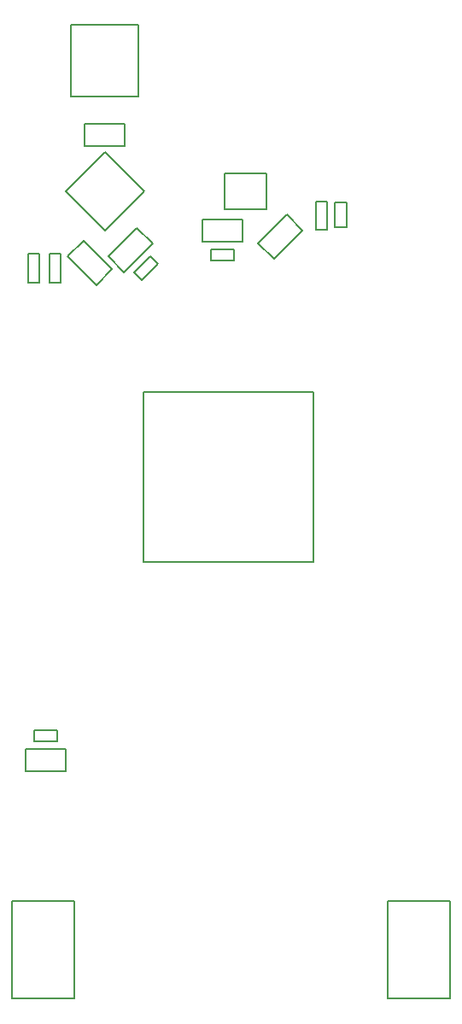
<source format=gbr>
%TF.GenerationSoftware,Altium Limited,Altium Designer,20.2.8 (258)*%
G04 Layer_Color=32768*
%FSLAX26Y26*%
%MOIN*%
%TF.SameCoordinates,C5A62E15-709C-4439-AAC4-A247E21399B6*%
%TF.FilePolarity,Positive*%
%TF.FileFunction,Other,Top_Courtyard*%
%TF.Part,Single*%
G01*
G75*
%TA.AperFunction,NonConductor*%
%ADD59C,0.007874*%
D59*
X1442047Y1129055D02*
Y1510945D01*
X1197953Y1129055D02*
X1442047D01*
X1197953D02*
Y1510945D01*
X1442047D01*
X1305489Y3924882D02*
Y4035118D01*
X1262182Y3924882D02*
X1305489D01*
X1262182D02*
Y4035118D01*
X1305489D01*
X1386653Y3924882D02*
Y4035118D01*
X1343347Y3924882D02*
X1386653D01*
X1343347D02*
Y4035118D01*
X1386653D01*
X1709980Y2832480D02*
X2375335D01*
X1709980D02*
Y3497835D01*
X2375335D01*
Y2832480D02*
Y3497835D01*
X2270055Y4189619D02*
X2331473Y4128201D01*
X2158527Y4078091D02*
X2270055Y4189619D01*
X2158527Y4078091D02*
X2219945Y4016673D01*
X2331473Y4128201D01*
X2029291Y4209134D02*
Y4350866D01*
Y4209134D02*
X2190709D01*
Y4350866D01*
X2029291D02*
X2190709D01*
X1428504Y4651024D02*
Y4928976D01*
Y4651024D02*
X1691496D01*
Y4928976D01*
X1428504D02*
X1691496D01*
X1527539Y3914003D02*
X1588957Y3975422D01*
X1477429Y4086950D02*
X1588957Y3975422D01*
X1416011Y4025532D02*
X1477429Y4086950D01*
X1416011Y4025532D02*
X1527539Y3914003D01*
X1481138Y4456571D02*
Y4543429D01*
Y4456571D02*
X1638862D01*
Y4543429D01*
X1481138D02*
X1638862D01*
X1685055Y4136950D02*
X1746473Y4075532D01*
X1573527Y4025422D02*
X1685055Y4136950D01*
X1573527Y4025422D02*
X1634945Y3964003D01*
X1746473Y4075532D01*
X1737216Y4027326D02*
X1767838Y3996703D01*
X1673186Y3963297D02*
X1737216Y4027326D01*
X1673186Y3963297D02*
X1703809Y3932674D01*
X1767838Y3996703D01*
X1560000Y4126886D02*
X1713114Y4280000D01*
X1560000Y4433114D02*
X1713114Y4280000D01*
X1406886D02*
X1560000Y4433114D01*
X1406886Y4280000D02*
X1560000Y4126886D01*
X2457368Y4237677D02*
X2504612D01*
X2457368Y4139252D02*
Y4237677D01*
Y4139252D02*
X2504612D01*
Y4237677D01*
X2386046Y4129882D02*
X2429353D01*
Y4240118D01*
X2386046D02*
X2429353D01*
X2386046Y4129882D02*
Y4240118D01*
X2662953Y1510945D02*
X2907047D01*
X2662953Y1129055D02*
Y1510945D01*
Y1129055D02*
X2907047D01*
Y1510945D01*
X1974724Y4008347D02*
Y4051653D01*
Y4008347D02*
X2065276D01*
Y4051653D01*
X1974724D02*
X2065276D01*
X1941138Y4081571D02*
Y4168429D01*
Y4081571D02*
X2098862D01*
Y4168429D01*
X1941138D02*
X2098862D01*
X1284724Y2133347D02*
Y2176653D01*
Y2133347D02*
X1375276D01*
Y2176653D01*
X1284724D02*
X1375276D01*
X1250783Y2016571D02*
Y2103429D01*
Y2016571D02*
X1408508D01*
Y2103429D01*
X1250783D02*
X1408508D01*
%TF.MD5,da745a176eddc7b5158835118ca1384a*%
M02*

</source>
